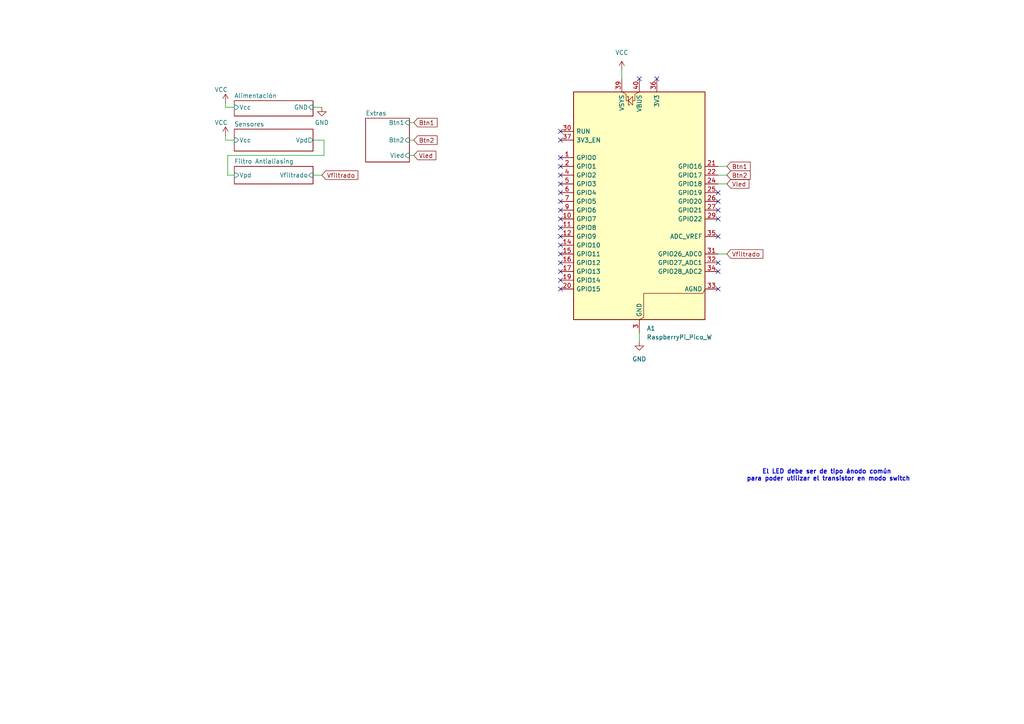
<source format=kicad_sch>
(kicad_sch (version 20250114) (generator "eeschema") (generator_version "9.0")
  (paper "A4")
  (lib_symbols
    (symbol "MCU_Module:RaspberryPi_Pico_W" (pin_names (offset 0.762))
      (property "Reference" "A" (at -19.05 35.56 0))
      (property "Value" "RaspberryPi_Pico_W" (at 7.62 35.56 0))
      (symbol "RaspberryPi_Pico_W_0_1"
        (rectangle (start -19.05 34.29) (end 19.05 -31.75) (stroke (width 0.254)) (fill (type background)))
        (polyline (pts (xy -5.08 34.29) (xy -3.81 33.655) (xy -3.81 31.75) (xy -3.175 31.75)))
        (polyline (pts (xy -3.429 32.766) (xy -3.429 33.02) (xy -3.175 33.02) (xy -3.175 30.48) (xy -2.921 30.48) (xy -2.921 30.734)))
        (polyline (pts (xy -3.175 31.75) (xy -1.905 33.02) (xy -1.905 30.48) (xy -3.175 31.75)))
        (polyline (pts (xy 0 34.29) (xy -1.27 33.655) (xy -1.27 31.75) (xy -1.905 31.75)))
        (polyline (pts (xy 0 -31.75) (xy 1.27 -31.115) (xy 1.27 -24.13) (xy 18.415 -24.13) (xy 19.05 -22.86)))
      )
      (symbol "RaspberryPi_Pico_W_1_1"
        (pin passive line (at -22.86 22.86 0) (length 3.81) (name "RUN") (number "30"))
        (pin passive line (at -22.86 20.32 0) (length 3.81) (name "3V3_EN") (number "37"))
        (pin bidirectional line (at -22.86 15.24 0) (length 3.81) (name "GPIO0") (number "1"))
        (pin bidirectional line (at -22.86 12.7 0) (length 3.81) (name "GPIO1") (number "2"))
        (pin bidirectional line (at -22.86 10.16 0) (length 3.81) (name "GPIO2") (number "4"))
        (pin bidirectional line (at -22.86 7.62 0) (length 3.81) (name "GPIO3") (number "5"))
        (pin bidirectional line (at -22.86 5.08 0) (length 3.81) (name "GPIO4") (number "6"))
        (pin bidirectional line (at -22.86 2.54 0) (length 3.81) (name "GPIO5") (number "7"))
        (pin bidirectional line (at -22.86 0 0) (length 3.81) (name "GPIO6") (number "9"))
        (pin bidirectional line (at -22.86 -2.54 0) (length 3.81) (name "GPIO7") (number "10"))
        (pin bidirectional line (at -22.86 -5.08 0) (length 3.81) (name "GPIO8") (number "11"))
        (pin bidirectional line (at -22.86 -7.62 0) (length 3.81) (name "GPIO9") (number "12"))
        (pin bidirectional line (at -22.86 -10.16 0) (length 3.81) (name "GPIO10") (number "14"))
        (pin bidirectional line (at -22.86 -12.7 0) (length 3.81) (name "GPIO11") (number "15"))
        (pin bidirectional line (at -22.86 -15.24 0) (length 3.81) (name "GPIO12") (number "16"))
        (pin bidirectional line (at -22.86 -17.78 0) (length 3.81) (name "GPIO13") (number "17"))
        (pin bidirectional line (at -22.86 -20.32 0) (length 3.81) (name "GPIO14") (number "19"))
        (pin bidirectional line (at -22.86 -22.86 0) (length 3.81) (name "GPIO15") (number "20"))
        (pin power_in line (at -5.08 38.1 270) (length 3.81) (name "VSYS") (number "39"))
        (pin power_out line (at 0 38.1 270) (length 3.81) (name "VBUS") (number "40"))
        (pin passive line (at 0 -35.56 90) (length 3.81) (hide yes) (name "GND") (number "13"))
        (pin passive line (at 0 -35.56 90) (length 3.81) (hide yes) (name "GND") (number "18"))
        (pin passive line (at 0 -35.56 90) (length 3.81) (hide yes) (name "GND") (number "23"))
        (pin passive line (at 0 -35.56 90) (length 3.81) (hide yes) (name "GND") (number "28"))
        (pin power_out line (at 0 -35.56 90) (length 3.81) (name "GND") (number "3"))
        (pin passive line (at 0 -35.56 90) (length 3.81) (hide yes) (name "GND") (number "38"))
        (pin passive line (at 0 -35.56 90) (length 3.81) (hide yes) (name "GND") (number "8"))
        (pin power_out line (at 5.08 38.1 270) (length 3.81) (name "3V3") (number "36"))
        (pin bidirectional line (at 22.86 12.7 180) (length 3.81) (name "GPIO16") (number "21"))
        (pin bidirectional line (at 22.86 10.16 180) (length 3.81) (name "GPIO17") (number "22"))
        (pin bidirectional line (at 22.86 7.62 180) (length 3.81) (name "GPIO18") (number "24"))
        (pin bidirectional line (at 22.86 5.08 180) (length 3.81) (name "GPIO19") (number "25"))
        (pin bidirectional line (at 22.86 2.54 180) (length 3.81) (name "GPIO20") (number "26"))
        (pin bidirectional line (at 22.86 0 180) (length 3.81) (name "GPIO21") (number "27"))
        (pin bidirectional line (at 22.86 -2.54 180) (length 3.81) (name "GPIO22") (number "29"))
        (pin power_in line (at 22.86 -7.62 180) (length 3.81) (name "ADC_VREF") (number "35"))
        (pin bidirectional line (at 22.86 -12.7 180) (length 3.81) (name "GPIO26_ADC0") (number "31"))
        (pin bidirectional line (at 22.86 -15.24 180) (length 3.81) (name "GPIO27_ADC1") (number "32"))
        (pin bidirectional line (at 22.86 -17.78 180) (length 3.81) (name "GPIO28_ADC2") (number "34"))
        (pin power_out line (at 22.86 -22.86 180) (length 3.81) (name "AGND") (number "33"))
      )
    )
    (symbol "power:GND" (power) (pin_numbers (hide yes)) (pin_names (offset 0) (hide yes))
      (property "Value" "GND" (at 0 -3.81 0))
      (symbol "GND_0_1"
        (polyline (pts (xy 0 0) (xy 0 -1.27) (xy 1.27 -1.27) (xy 0 -2.54) (xy -1.27 -1.27) (xy 0 -1.27)))
      )
      (symbol "GND_1_1"
        (pin power_in line (at 0 0 270) (length 0) (name "~") (number "1"))
      )
    )
    (symbol "power:VCC" (power) (pin_numbers (hide yes)) (pin_names (offset 0) (hide yes))
      (property "Value" "VCC" (at 0 3.556 0))
      (symbol "VCC_0_1"
        (polyline (pts (xy -0.762 1.27) (xy 0 2.54)))
        (polyline (pts (xy 0 2.54) (xy 0.762 1.27)))
        (polyline (pts (xy 0 0) (xy 0 2.54)))
      )
      (symbol "VCC_1_1"
        (pin power_in line (at 0 0 90) (length 0) (name "~") (number "1"))
      )
    )
  )
  (text "El LED debe ser de tipo ánodo común \npara poder utilizar el transistor en modo switch" (at 240.284 137.922 0) (effects (font (size 1.27 1.27) (thickness 0.254) (bold yes))))
  (no_connect (at 162.56 83.82))
  (no_connect (at 208.28 68.58))
  (no_connect (at 162.56 48.26))
  (no_connect (at 208.28 78.74))
  (no_connect (at 162.56 50.8))
  (no_connect (at 162.56 38.1))
  (no_connect (at 162.56 55.88))
  (no_connect (at 162.56 68.58))
  (no_connect (at 162.56 78.74))
  (no_connect (at 208.28 60.96))
  (no_connect (at 162.56 63.5))
  (no_connect (at 162.56 45.72))
  (no_connect (at 162.56 53.34))
  (no_connect (at 162.56 40.64))
  (no_connect (at 162.56 81.28))
  (no_connect (at 208.28 83.82))
  (no_connect (at 162.56 76.2))
  (no_connect (at 185.42 22.86))
  (no_connect (at 208.28 55.88))
  (no_connect (at 162.56 73.66))
  (no_connect (at 190.5 22.86))
  (no_connect (at 162.56 71.12))
  (no_connect (at 162.56 58.42))
  (no_connect (at 162.56 60.96))
  (no_connect (at 208.28 76.2))
  (no_connect (at 208.28 58.42))
  (no_connect (at 208.28 63.5))
  (no_connect (at 162.56 66.04))
  (wire (pts (xy 66.04 50.8) (xy 67.945 50.8)))
  (wire (pts (xy 65.405 39.37) (xy 65.405 40.64)))
  (wire (pts (xy 93.98 45.085) (xy 66.04 45.085)))
  (wire (pts (xy 210.82 48.26) (xy 208.28 48.26)))
  (wire (pts (xy 90.805 40.64) (xy 93.98 40.64)))
  (wire (pts (xy 90.805 50.8) (xy 93.345 50.8)))
  (wire (pts (xy 208.28 73.66) (xy 210.82 73.66)))
  (wire (pts (xy 208.28 53.34) (xy 210.82 53.34)))
  (wire (pts (xy 118.745 40.64) (xy 120.015 40.64)))
  (wire (pts (xy 93.98 40.64) (xy 93.98 45.085)))
  (wire (pts (xy 118.745 35.56) (xy 120.015 35.56)))
  (wire (pts (xy 180.34 20.32) (xy 180.34 22.86)))
  (wire (pts (xy 65.405 40.64) (xy 67.945 40.64)))
  (wire (pts (xy 65.405 29.845) (xy 65.405 31.115)))
  (wire (pts (xy 93.345 31.115) (xy 90.805 31.115)))
  (wire (pts (xy 65.405 31.115) (xy 67.945 31.115)))
  (wire (pts (xy 118.745 45.085) (xy 120.015 45.085)))
  (wire (pts (xy 185.42 99.06) (xy 185.42 96.52)))
  (wire (pts (xy 66.04 45.085) (xy 66.04 50.8)))
  (wire (pts (xy 210.82 50.8) (xy 208.28 50.8)))
  (global_label "Vled" (shape input) (at 120.015 45.085 0) (property "Intersheetrefs" "${INTERSHEET_REFS}" (effects (hide yes))))
  (global_label "Btn2" (shape input) (at 120.015 40.64 0) (property "Intersheetrefs" "${INTERSHEET_REFS}" (effects (hide yes))))
  (global_label "Btn1" (shape input) (at 210.82 48.26 0) (property "Intersheetrefs" "${INTERSHEET_REFS}" (effects (hide yes))))
  (global_label "Vfiltrado" (shape input) (at 93.345 50.8 0) (property "Intersheetrefs" "${INTERSHEET_REFS}" (effects (hide yes))))
  (global_label "Vled" (shape input) (at 210.82 53.34 0) (property "Intersheetrefs" "${INTERSHEET_REFS}" (effects (hide yes))))
  (global_label "Vfiltrado" (shape input) (at 210.82 73.66 0) (property "Intersheetrefs" "${INTERSHEET_REFS}" (effects (hide yes))))
  (global_label "Btn1" (shape input) (at 120.015 35.56 0) (property "Intersheetrefs" "${INTERSHEET_REFS}" (effects (hide yes))))
  (global_label "Btn2" (shape input) (at 210.82 50.8 0) (property "Intersheetrefs" "${INTERSHEET_REFS}" (effects (hide yes))))
  (symbol (lib_id "power:VCC") (at 65.405 29.845 0) (unit 1)
    (property "Reference" "#PWR08" (effects (hide yes)))
    (property "Value" "VCC" (at 64.135 26.035 0))
    (property "Description" "Power symbol creates a global label with name \"VCC\"" (effects (hide yes)))
  )
  (symbol (lib_id "MCU_Module:RaspberryPi_Pico_W") (at 185.42 60.96 0) (unit 1)
    (property "Reference" "A1" (at 187.5633 95.25 0) (effects (justify left)))
    (property "Value" "RaspberryPi_Pico_W" (at 187.5633 97.79 0) (effects (justify left)))
    (property "Footprint" "Module:RaspberryPi_Pico_Common_THT" (effects (hide yes)))
    (property "Datasheet" "https://datasheets.raspberrypi.com/picow/pico-w-datasheet.pdf" (effects (hide yes)))
    (property "Description" "Versatile and inexpensive wireless microcontroller module powered by RP2040 dual-core Arm Cortex-M0+ processor up to 133 MHz, 264kB SRAM, 2MB QSPI flash, Infineon CYW43439 2.4GHz 802.11n wireless LAN; also supports Raspberry Pi Pico 2 W" (effects (hide yes)))
  )
  (symbol (lib_id "power:GND") (at 185.42 99.06 0) (unit 1)
    (property "Reference" "#PWR014" (effects (hide yes)))
    (property "Value" "GND" (at 185.42 104.14 0))
    (property "Description" "Power symbol creates a global label with name \"GND\" , ground" (effects (hide yes)))
  )
  (symbol (lib_id "power:VCC") (at 180.34 20.32 0) (unit 1)
    (property "Reference" "#PWR013" (effects (hide yes)))
    (property "Value" "VCC" (at 180.34 15.24 0))
    (property "Description" "Power symbol creates a global label with name \"VCC\"" (effects (hide yes)))
  )
  (symbol (lib_id "power:GND") (at 93.345 31.115 0) (unit 1)
    (property "Reference" "#PWR011" (effects (hide yes)))
    (property "Value" "GND" (at 93.345 35.56 0))
    (property "Description" "Power symbol creates a global label with name \"GND\" , ground" (effects (hide yes)))
  )
  (symbol (lib_id "power:VCC") (at 65.405 39.37 0) (unit 1)
    (property "Reference" "#PWR06" (effects (hide yes)))
    (property "Value" "VCC" (at 64.135 35.56 0))
    (property "Description" "Power symbol creates a global label with name \"VCC\"" (effects (hide yes)))
  )
  (sheet (at 67.945 29.21) (size 22.86 4.445) (stroke (width 0.1524))
    (property "Sheetname" "Alimentación" (at 67.945 28.4984 0) (effects (justify left bottom)))
    (property "Sheetfile" "alimentacion.kicad_sch" (effects (hide yes)))
    (pin "GND" input (at 90.805 31.115 0))
    (pin "Vcc" input (at 67.945 31.115 180))
  )
  (sheet (at 67.945 48.26) (size 22.86 5.08) (stroke (width 0.1524))
    (property "Sheetname" "Filtro Antialiasing" (at 67.945 47.5484 0) (effects (justify left bottom)))
    (property "Sheetfile" "filtroantialiasing.kicad_sch" (effects (hide yes)))
    (pin "Vfiltrado" input (at 90.805 50.8 0))
    (pin "Vpd" input (at 67.945 50.8 180))
  )
  (sheet (at 67.945 37.465) (size 22.86 6.35) (stroke (width 0.1524))
    (property "Sheetname" "Sensores" (at 67.945 36.7534 0) (effects (justify left bottom)))
    (property "Sheetfile" "sensores.kicad_sch" (effects (hide yes)))
    (pin "Vcc" input (at 67.945 40.64 180))
    (pin "Vpd" output (at 90.805 40.64 0))
  )
  (sheet (at 106.045 34.29) (size 12.7 12.7) (stroke (width 0.1524))
    (property "Sheetname" "Extras" (at 106.045 33.5784 0) (effects (justify left bottom)))
    (property "Sheetfile" "pulsadores.kicad_sch" (effects (hide yes)))
    (pin "Btn1" input (at 118.745 35.56 0))
    (pin "Btn2" input (at 118.745 40.64 0))
    (pin "Vled" input (at 118.745 45.085 0))
  )
)
</source>
